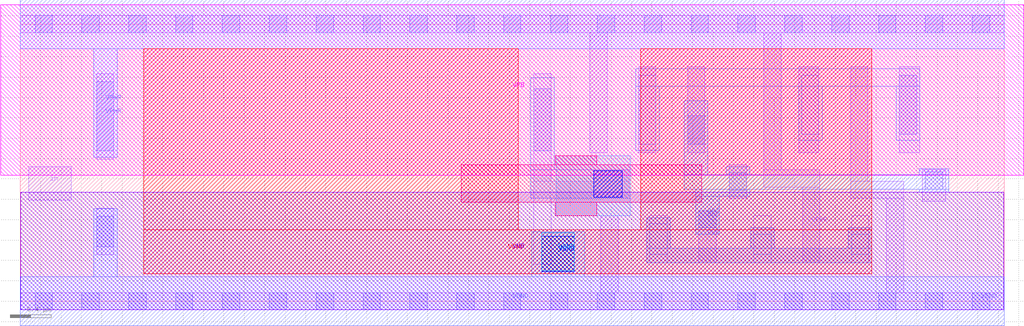
<source format=lef>
VERSION 5.7 ;
  NOWIREEXTENSIONATPIN ON ;
  DIVIDERCHAR "/" ;
  BUSBITCHARS "[]" ;
MACRO delay_macrocell
  CLASS CORE ;
  FOREIGN delay_macrocell ;
  ORIGIN 0.000 0.000 ;
  SIZE 9.660 BY 2.720 ;
  SITE unithd ;
  PIN in
    DIRECTION INPUT ;
    USE SIGNAL ;
    ANTENNAGATEAREA 4.880000 ;
    PORT
      LAYER li1 ;
        RECT 0.085 0.990 0.500 1.320 ;
    END
  END in
  PIN out
    DIRECTION OUTPUT ;
    USE SIGNAL ;
    ANTENNAGATEAREA 0.366000 ;
    ANTENNADIFFAREA 0.361800 ;
    PORT
      LAYER li1 ;
        RECT 6.550 1.460 6.720 2.300 ;
        RECT 6.960 1.010 7.130 1.340 ;
        RECT 8.855 0.980 9.085 1.290 ;
        RECT 6.660 0.380 6.830 0.890 ;
      LAYER mcon ;
        RECT 6.550 1.540 6.720 1.820 ;
        RECT 6.960 1.090 7.130 1.260 ;
        RECT 8.885 1.100 9.055 1.270 ;
        RECT 6.660 0.720 6.830 0.890 ;
      LAYER met1 ;
        RECT 6.520 1.240 6.750 1.970 ;
        RECT 6.930 1.240 7.160 1.320 ;
        RECT 8.825 1.240 9.115 1.300 ;
        RECT 6.520 1.100 9.115 1.240 ;
        RECT 6.630 1.030 7.160 1.100 ;
        RECT 8.825 1.070 9.115 1.100 ;
        RECT 6.630 0.660 6.860 1.030 ;
    END
  END out
  PIN VPWR
    DIRECTION INOUT ;
    USE POWER ;
    SHAPE ABUTMENT ;
    PORT
      LAYER li1 ;
        RECT 0.000 2.635 9.660 2.805 ;
        RECT 0.750 1.395 0.920 2.235 ;
        RECT 5.590 1.460 5.760 2.635 ;
        RECT 7.300 1.290 7.470 2.635 ;
        RECT 7.300 1.120 7.850 1.290 ;
        RECT 7.680 0.380 7.850 1.120 ;
      LAYER mcon ;
        RECT 0.145 2.635 0.315 2.805 ;
        RECT 0.605 2.635 0.775 2.805 ;
        RECT 1.065 2.635 1.235 2.805 ;
        RECT 1.525 2.635 1.695 2.805 ;
        RECT 1.985 2.635 2.155 2.805 ;
        RECT 2.445 2.635 2.615 2.805 ;
        RECT 2.905 2.635 3.075 2.805 ;
        RECT 3.365 2.635 3.535 2.805 ;
        RECT 3.825 2.635 3.995 2.805 ;
        RECT 4.285 2.635 4.455 2.805 ;
        RECT 4.745 2.635 4.915 2.805 ;
        RECT 5.205 2.635 5.375 2.805 ;
        RECT 5.665 2.635 5.835 2.805 ;
        RECT 6.125 2.635 6.295 2.805 ;
        RECT 6.585 2.635 6.755 2.805 ;
        RECT 7.045 2.635 7.215 2.805 ;
        RECT 7.505 2.635 7.675 2.805 ;
        RECT 7.965 2.635 8.135 2.805 ;
        RECT 8.425 2.635 8.595 2.805 ;
        RECT 8.885 2.635 9.055 2.805 ;
        RECT 9.345 2.635 9.515 2.805 ;
        RECT 0.750 1.475 0.920 2.155 ;
      LAYER met1 ;
        RECT 0.000 2.480 9.660 2.960 ;
        RECT 0.720 1.415 0.950 2.480 ;
    END
  END VPWR
  PIN VGND
    DIRECTION INOUT ;
    USE GROUND ;
    SHAPE ABUTMENT ;
    PORT
      LAYER li1 ;
        RECT 8.150 1.180 8.320 2.300 ;
        RECT 8.150 1.010 8.670 1.180 ;
        RECT 0.750 0.455 0.920 0.915 ;
        RECT 5.700 0.085 5.870 0.840 ;
        RECT 8.500 0.085 8.670 1.010 ;
        RECT 0.000 -0.085 9.660 0.085 ;
      LAYER mcon ;
        RECT 0.750 0.535 0.920 0.835 ;
        RECT 0.145 -0.085 0.315 0.085 ;
        RECT 0.605 -0.085 0.775 0.085 ;
        RECT 1.065 -0.085 1.235 0.085 ;
        RECT 1.525 -0.085 1.695 0.085 ;
        RECT 1.985 -0.085 2.155 0.085 ;
        RECT 2.445 -0.085 2.615 0.085 ;
        RECT 2.905 -0.085 3.075 0.085 ;
        RECT 3.365 -0.085 3.535 0.085 ;
        RECT 3.825 -0.085 3.995 0.085 ;
        RECT 4.285 -0.085 4.455 0.085 ;
        RECT 4.745 -0.085 4.915 0.085 ;
        RECT 5.205 -0.085 5.375 0.085 ;
        RECT 5.665 -0.085 5.835 0.085 ;
        RECT 6.125 -0.085 6.295 0.085 ;
        RECT 6.585 -0.085 6.755 0.085 ;
        RECT 7.045 -0.085 7.215 0.085 ;
        RECT 7.505 -0.085 7.675 0.085 ;
        RECT 7.965 -0.085 8.135 0.085 ;
        RECT 8.425 -0.085 8.595 0.085 ;
        RECT 8.885 -0.085 9.055 0.085 ;
        RECT 9.345 -0.085 9.515 0.085 ;
      LAYER met1 ;
        RECT 0.720 0.240 0.950 0.910 ;
        RECT 5.020 0.240 5.540 0.680 ;
        RECT 0.000 -0.240 9.660 0.240 ;
      LAYER via ;
        RECT 5.120 0.290 5.440 0.640 ;
      LAYER met2 ;
        RECT 5.020 0.240 5.540 0.680 ;
      LAYER via2 ;
        RECT 5.120 0.300 5.440 0.670 ;
      LAYER met3 ;
        RECT 1.210 0.700 4.890 2.480 ;
        RECT 6.090 0.700 8.360 2.480 ;
        RECT 1.210 0.270 8.360 0.700 ;
    END
  END VGND
  PIN VPB
    DIRECTION INOUT ;
    USE POWER ;
    PORT
      LAYER nwell ;
        RECT -0.190 1.235 9.850 2.910 ;
    END
  END VPB
  PIN VNB
    DIRECTION INOUT ;
    USE GROUND ;
    PORT
      LAYER pwell ;
        RECT 0.005 -0.085 9.655 1.070 ;
    END
  END VNB
  OBS
      LAYER li1 ;
        RECT 5.040 1.180 5.210 2.235 ;
        RECT 6.070 1.460 6.240 2.300 ;
        RECT 7.640 1.460 7.840 2.300 ;
        RECT 8.630 1.460 8.830 2.300 ;
        RECT 5.630 1.180 5.990 1.290 ;
        RECT 5.040 1.010 5.990 1.180 ;
        RECT 5.040 0.365 5.210 1.010 ;
        RECT 6.180 0.380 6.350 0.840 ;
        RECT 7.200 0.380 7.370 0.840 ;
        RECT 8.160 0.380 8.330 0.840 ;
      LAYER mcon ;
        RECT 5.040 1.475 5.210 2.085 ;
        RECT 6.070 1.540 6.240 2.220 ;
        RECT 7.670 1.640 7.840 2.220 ;
        RECT 8.630 1.640 8.800 2.220 ;
        RECT 5.630 1.070 5.910 1.240 ;
        RECT 6.180 0.460 6.350 0.760 ;
        RECT 7.200 0.460 7.370 0.660 ;
        RECT 8.160 0.460 8.330 0.660 ;
      LAYER met1 ;
        RECT 5.010 1.290 5.240 2.195 ;
        RECT 6.040 2.110 8.830 2.280 ;
        RECT 6.040 1.480 6.270 2.110 ;
        RECT 7.640 1.580 7.870 2.110 ;
        RECT 8.600 1.580 8.830 2.110 ;
        RECT 5.010 1.010 5.990 1.290 ;
        RECT 6.150 0.520 6.380 0.820 ;
        RECT 7.170 0.520 7.400 0.720 ;
        RECT 8.130 0.520 8.360 0.720 ;
        RECT 6.150 0.380 8.360 0.520 ;
      LAYER via ;
        RECT 5.630 1.020 5.910 1.280 ;
      LAYER met2 ;
        RECT 5.260 0.840 5.990 1.430 ;
      LAYER met4 ;
        RECT 5.250 1.340 5.660 1.430 ;
        RECT 4.330 0.970 6.690 1.340 ;
        RECT 5.250 0.840 5.660 0.970 ;
  END
END delay_macrocell
END LIBRARY


</source>
